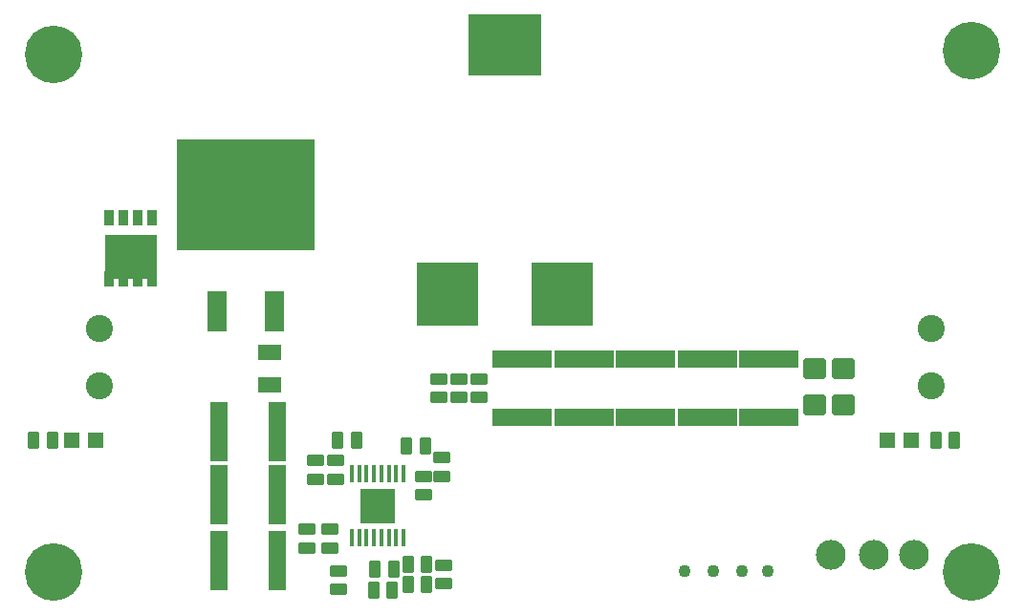
<source format=gts>
G04*
G04 #@! TF.GenerationSoftware,Altium Limited,Altium Designer,23.8.1 (32)*
G04*
G04 Layer_Color=8388736*
%FSLAX44Y44*%
%MOMM*%
G71*
G04*
G04 #@! TF.SameCoordinates,B70ACEF7-E70B-45C2-86D7-E5FBF9B371E4*
G04*
G04*
G04 #@! TF.FilePolarity,Negative*
G04*
G01*
G75*
%ADD28R,1.7016X3.6016*%
%ADD29R,12.3016X9.8516*%
G04:AMPARAMS|DCode=30|XSize=1.5016mm|YSize=1.0016mm|CornerRadius=0.1183mm|HoleSize=0mm|Usage=FLASHONLY|Rotation=180.000|XOffset=0mm|YOffset=0mm|HoleType=Round|Shape=RoundedRectangle|*
%AMROUNDEDRECTD30*
21,1,1.5016,0.7650,0,0,180.0*
21,1,1.2650,1.0016,0,0,180.0*
1,1,0.2366,-0.6325,0.3825*
1,1,0.2366,0.6325,0.3825*
1,1,0.2366,0.6325,-0.3825*
1,1,0.2366,-0.6325,-0.3825*
%
%ADD30ROUNDEDRECTD30*%
%ADD31R,5.4316X5.6916*%
%ADD32R,6.4516X5.3816*%
%ADD33R,3.0988X3.0988*%
%ADD34R,0.4572X1.5240*%
G04:AMPARAMS|DCode=35|XSize=5.3016mm|YSize=1.6016mm|CornerRadius=0.2008mm|HoleSize=0mm|Usage=FLASHONLY|Rotation=180.000|XOffset=0mm|YOffset=0mm|HoleType=Round|Shape=RoundedRectangle|*
%AMROUNDEDRECTD35*
21,1,5.3016,1.2000,0,0,180.0*
21,1,4.9000,1.6016,0,0,180.0*
1,1,0.4016,-2.4500,0.6000*
1,1,0.4016,2.4500,0.6000*
1,1,0.4016,2.4500,-0.6000*
1,1,0.4016,-2.4500,-0.6000*
%
%ADD35ROUNDEDRECTD35*%
%ADD36R,4.6216X3.9516*%
%ADD37R,0.8116X1.4736*%
%ADD38C,1.1016*%
G04:AMPARAMS|DCode=39|XSize=1.5016mm|YSize=1.0016mm|CornerRadius=0.1183mm|HoleSize=0mm|Usage=FLASHONLY|Rotation=90.000|XOffset=0mm|YOffset=0mm|HoleType=Round|Shape=RoundedRectangle|*
%AMROUNDEDRECTD39*
21,1,1.5016,0.7650,0,0,90.0*
21,1,1.2650,1.0016,0,0,90.0*
1,1,0.2366,0.3825,0.6325*
1,1,0.2366,0.3825,-0.6325*
1,1,0.2366,-0.3825,-0.6325*
1,1,0.2366,-0.3825,0.6325*
%
%ADD39ROUNDEDRECTD39*%
G04:AMPARAMS|DCode=40|XSize=5.3016mm|YSize=1.6016mm|CornerRadius=0.2008mm|HoleSize=0mm|Usage=FLASHONLY|Rotation=270.000|XOffset=0mm|YOffset=0mm|HoleType=Round|Shape=RoundedRectangle|*
%AMROUNDEDRECTD40*
21,1,5.3016,1.2000,0,0,270.0*
21,1,4.9000,1.6016,0,0,270.0*
1,1,0.4016,-0.6000,-2.4500*
1,1,0.4016,-0.6000,2.4500*
1,1,0.4016,0.6000,2.4500*
1,1,0.4016,0.6000,-2.4500*
%
%ADD40ROUNDEDRECTD40*%
G04:AMPARAMS|DCode=41|XSize=2.0016mm|YSize=1.8516mm|CornerRadius=0.2258mm|HoleSize=0mm|Usage=FLASHONLY|Rotation=180.000|XOffset=0mm|YOffset=0mm|HoleType=Round|Shape=RoundedRectangle|*
%AMROUNDEDRECTD41*
21,1,2.0016,1.4000,0,0,180.0*
21,1,1.5500,1.8516,0,0,180.0*
1,1,0.4516,-0.7750,0.7000*
1,1,0.4516,0.7750,0.7000*
1,1,0.4516,0.7750,-0.7000*
1,1,0.4516,-0.7750,-0.7000*
%
%ADD41ROUNDEDRECTD41*%
G04:AMPARAMS|DCode=42|XSize=2.1016mm|YSize=1.4016mm|CornerRadius=0.1808mm|HoleSize=0mm|Usage=FLASHONLY|Rotation=180.000|XOffset=0mm|YOffset=0mm|HoleType=Round|Shape=RoundedRectangle|*
%AMROUNDEDRECTD42*
21,1,2.1016,1.0400,0,0,180.0*
21,1,1.7400,1.4016,0,0,180.0*
1,1,0.3616,-0.8700,0.5200*
1,1,0.3616,0.8700,0.5200*
1,1,0.3616,0.8700,-0.5200*
1,1,0.3616,-0.8700,-0.5200*
%
%ADD42ROUNDEDRECTD42*%
G04:AMPARAMS|DCode=43|XSize=1.4016mm|YSize=1.4016mm|CornerRadius=0.1808mm|HoleSize=0mm|Usage=FLASHONLY|Rotation=0.000|XOffset=0mm|YOffset=0mm|HoleType=Round|Shape=RoundedRectangle|*
%AMROUNDEDRECTD43*
21,1,1.4016,1.0400,0,0,0.0*
21,1,1.0400,1.4016,0,0,0.0*
1,1,0.3616,0.5200,-0.5200*
1,1,0.3616,-0.5200,-0.5200*
1,1,0.3616,-0.5200,0.5200*
1,1,0.3616,0.5200,0.5200*
%
%ADD43ROUNDEDRECTD43*%
%ADD44C,2.4016*%
%ADD45C,2.6416*%
%ADD46C,5.1000*%
D28*
X866140Y957580D02*
D03*
X815340D02*
D03*
D29*
X840740Y1060330D02*
D03*
D30*
X1012190Y897250D02*
D03*
Y880750D02*
D03*
X1029970Y897250D02*
D03*
Y880750D02*
D03*
X1047750Y897250D02*
D03*
Y880750D02*
D03*
X920750Y824860D02*
D03*
Y808360D02*
D03*
X1016000Y715650D02*
D03*
Y732150D02*
D03*
X923290Y710570D02*
D03*
Y727070D02*
D03*
X998220Y794390D02*
D03*
Y810890D02*
D03*
X1014730Y810900D02*
D03*
Y827400D02*
D03*
X902970Y808360D02*
D03*
Y824860D02*
D03*
X895350Y763900D02*
D03*
Y747400D02*
D03*
X915670D02*
D03*
Y763900D02*
D03*
D31*
X1019810Y972820D02*
D03*
X1121310D02*
D03*
D32*
X1070560Y1193370D02*
D03*
D33*
X957834Y784606D02*
D03*
D34*
X935084Y813054D02*
D03*
X941584D02*
D03*
X948084D02*
D03*
X954584D02*
D03*
X961084D02*
D03*
X967584D02*
D03*
X974084D02*
D03*
X980584D02*
D03*
Y756158D02*
D03*
X974084D02*
D03*
X967584D02*
D03*
X961084D02*
D03*
X954584D02*
D03*
X948084D02*
D03*
X941584D02*
D03*
X935084D02*
D03*
D35*
X1249680Y863000D02*
D03*
Y915000D02*
D03*
X1304290D02*
D03*
Y863000D02*
D03*
X1085850D02*
D03*
Y915000D02*
D03*
X1140460Y863000D02*
D03*
Y915000D02*
D03*
X1195070Y863000D02*
D03*
Y915000D02*
D03*
D36*
X739140Y1005840D02*
D03*
D37*
X758190Y986340D02*
D03*
X745490D02*
D03*
X732790D02*
D03*
X720090D02*
D03*
Y1040580D02*
D03*
X732790D02*
D03*
X745490D02*
D03*
X758190D02*
D03*
D38*
X1303020Y727000D02*
D03*
X1254760D02*
D03*
X1229360D02*
D03*
X1280160D02*
D03*
D39*
X922660Y843280D02*
D03*
X939160D02*
D03*
X983620Y838200D02*
D03*
X1000120D02*
D03*
X955680Y728980D02*
D03*
X972180D02*
D03*
X954410Y709930D02*
D03*
X970910D02*
D03*
X1001390Y732790D02*
D03*
X984890D02*
D03*
X1001390Y715010D02*
D03*
X984890D02*
D03*
X1452250Y843280D02*
D03*
X1468750D02*
D03*
X669920D02*
D03*
X653420D02*
D03*
D40*
X817280Y736600D02*
D03*
X869280D02*
D03*
Y850900D02*
D03*
X817280D02*
D03*
Y795020D02*
D03*
X869280D02*
D03*
D41*
X1370330Y874270D02*
D03*
Y906270D02*
D03*
X1344930Y874270D02*
D03*
Y906270D02*
D03*
D42*
X862076Y892026D02*
D03*
Y921026D02*
D03*
D43*
X1409360Y843280D02*
D03*
X1430360D02*
D03*
X707730D02*
D03*
X686730D02*
D03*
D44*
X1447800Y891540D02*
D03*
Y941540D02*
D03*
X711200Y891540D02*
D03*
Y941540D02*
D03*
D45*
X1358900Y740970D02*
D03*
X1432560Y741680D02*
D03*
X1397000D02*
D03*
D46*
X1483360Y1188720D02*
D03*
X670560Y1184920D02*
D03*
X1483360Y726440D02*
D03*
X670560D02*
D03*
M02*

</source>
